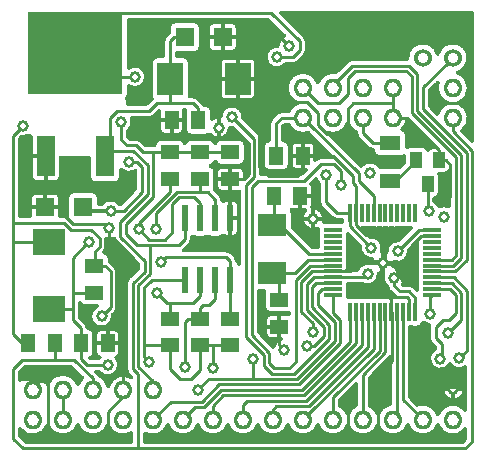
<source format=gbr>
G04 GENERATED BY PULSONIX 7.6 GERBER.DLL 5220*
%INSTM100_V2*%
%LNTOP*%
%FSLAX35Y35*%
%IPPOS*%
%LPD*%
%OFA0B0*%
%MOMM*%
%ADD10C,0.30480*%
%ADD20C,0.30000*%
%ADD21C,0.26000*%
%ADD24R,1.60000X1.60000*%
%ADD25R,1.50000X1.20000*%
%ADD26R,1.20000X1.50000*%
%ADD27R,1.50114X0.29972*%
%ADD28R,0.29972X1.50114*%
%ADD29R,2.70000X2.20000*%
%ADD72R,0.99060X1.32080*%
%ADD74R,1.60000X3.50000*%
%ADD75R,8.00000X7.00000*%
%ADD76R,2.20000X2.70000*%
%ADD81R,1.77800X1.27000*%
%ADD134R,0.60000X2.20000*%
%ADD149C,1.52400X0.90000*%
%ADD150O,1.60000X1.60000X1.00000*%
%ADD151O,1.60000X1.60000X1.00000*%
%ADD174C,1.00000X0.50000*%
%ADD253R,2.40000X1.90000*%
X0Y0D02*
D02*
D10*
X229480Y334367D02*
Y278364D01*
X279124Y228720*
X1171000*
Y299497*
G75*
G02X973240Y368263I-70760J115251*
G01*
G75*
G02X719240I-127000J46485*
G01*
G75*
G02X465240I-127000J46485*
G01*
G75*
G02X229480Y334367I-127000J46485*
G01*
G36*
Y278364*
X279124Y228720*
X1171000*
Y299497*
G75*
G02X973240Y368263I-70760J115251*
G01*
G75*
G02X719240I-127000J46485*
G01*
G75*
G02X465240I-127000J46485*
G01*
G75*
G02X229480Y334367I-127000J46485*
G01*
G37*
Y749621D02*
G75*
G02X465240Y715725I108760J-80381D01*
G01*
G75*
G02X719240I127000J-46485*
G01*
G75*
G02X756577Y770485I127001J-46484*
G01*
X664302Y862760*
X532926*
G75*
G02X513554I-9686J58240*
G01*
X273364*
X229480Y818876*
Y749621*
G36*
G75*
G02X465240Y715725I108760J-80381*
G01*
G75*
G02X719240I127000J-46485*
G01*
G75*
G02X756577Y770485I127001J-46484*
G01*
X664302Y862760*
X532926*
G75*
G02X513554I-9686J58240*
G01*
X273364*
X229480Y818876*
Y749621*
G37*
Y2139480D02*
X316771D01*
Y2291121*
G75*
G02X362011Y2336361I45240*
G01*
X522011*
G75*
G02X567251Y2291121J-45240*
G01*
Y2139480*
X606240*
G75*
G02X628240Y2135165J-58240*
G01*
Y2292361*
G75*
G02X683480Y2347601I55240*
G01*
X843480*
G75*
G02X898720Y2292361J-55240*
G01*
Y2243605*
X922159*
G75*
G02X1071286Y2241605I73769J-60240*
G01*
X1083758*
X1207000Y2364847*
Y2518968*
G75*
G02X1084480Y2529750I-54885J77835*
G01*
Y2469919*
G75*
G02X1029240Y2414679I-55240*
G01*
X869240*
G75*
G02X814000Y2469919J55240*
G01*
Y2630960*
X584480*
G75*
G02X574480Y2631781I-3J61280*
G01*
Y2469919*
G75*
G02X529240Y2424679I-45240*
G01*
X369240*
G75*
G02X324000Y2469919J45240*
G01*
Y2809842*
G75*
G02X304354Y2820306I18506J58419*
G01*
G75*
G02X240761Y2805960I-51489J80122*
G01*
X229480Y2794679*
Y2139480*
G36*
X316771*
Y2291121*
G75*
G02X362011Y2336361I45240*
G01*
X522011*
G75*
G02X567251Y2291121J-45240*
G01*
Y2139480*
X606240*
G75*
G02X628240Y2135165J-58240*
G01*
Y2292361*
G75*
G02X683480Y2347601I55240*
G01*
X843480*
G75*
G02X898720Y2292361J-55240*
G01*
Y2243605*
X922159*
G75*
G02X1071286Y2241605I73769J-60240*
G01*
X1083758*
X1207000Y2364847*
Y2518968*
G75*
G02X1084480Y2529750I-54885J77835*
G01*
Y2469919*
G75*
G02X1029240Y2414679I-55240*
G01*
X869240*
G75*
G02X814000Y2469919J55240*
G01*
Y2630960*
X584480*
G75*
G02X574480Y2631781I-3J61280*
G01*
Y2469919*
G75*
G02X529240Y2424679I-45240*
G01*
X369240*
G75*
G02X324000Y2469919J45240*
G01*
Y2809842*
G75*
G02X304354Y2820306I18506J58419*
G01*
G75*
G02X240761Y2805960I-51489J80122*
G01*
X229480Y2794679*
Y2139480*
G37*
X466240Y860240D02*
G75*
G03Y810240J-25000D01*
G01*
G75*
G03Y860240J25000*
G01*
G36*
G75*
G03Y810240J-25000*
G01*
G75*
G03Y860240J25000*
G01*
G37*
X737480Y1341233D02*
Y1278364D01*
X785672Y1230172*
G75*
G02X802711Y1190480I-41182J-41182*
G01*
X804490*
G75*
G02X859730Y1135240J-55240*
G01*
Y985240*
G75*
G02X825841Y934293I-55240*
G01*
X897820*
G75*
G02X903360Y940831I75359J-58239*
G01*
G75*
G02X866750Y985240I8630J44409*
G01*
Y1135240*
G75*
G02X911990Y1180480I45240*
G01*
X1031990*
G75*
G02X1077230Y1135240J-45240*
G01*
Y985240*
G75*
G02X1042594Y941260I-45240*
G01*
G75*
G02X1068418Y876053I-69416J-65208*
G01*
G75*
G02X897820Y817813I-95240*
G01*
X873977*
X887422Y804368*
G75*
G02X894691Y795503I-41183J-41181*
G01*
G75*
G02X978368Y698087I-48451J-126263*
G01*
G75*
G02X1171000Y772575I121872J-28847*
G01*
Y777812*
X1145058Y803754*
G75*
G02X1128000Y844936I41182J41182*
G01*
Y1569678*
G75*
G02X1145058Y1610860I58240*
G01*
X1227000Y1692802*
Y1735188*
X1039058Y1923130*
G75*
G02X1023785Y1950005I41182J41181*
G01*
G75*
G02X961736Y1941327I-43482J84735*
G01*
Y1877371*
G75*
G02X944678Y1836189I-58240*
G01*
X941150Y1832661*
G75*
G02X988480Y1777990I-7910J-54671*
G01*
Y1763779*
G75*
G02X993672Y1759172I-35990J-45789*
G01*
X1039422Y1713422*
G75*
G02X1056480Y1672240I-41182J-41182*
G01*
Y1368178*
G75*
G02X1039422Y1326996I-58240*
G01*
X1014208Y1301782*
G75*
G02X1014980Y1289678I-94468J-12102*
G01*
G75*
G02X824500I-95240*
G01*
G75*
G02X877930Y1375250I95240*
G01*
X783240*
G75*
G02X737480Y1399547J55240*
G01*
Y1355247*
G75*
G02Y1341233I-58240J-7007*
G01*
G36*
Y1278364*
X785672Y1230172*
G75*
G02X802711Y1190480I-41182J-41182*
G01*
X804490*
G75*
G02X859730Y1135240J-55240*
G01*
Y985240*
G75*
G02X825841Y934293I-55240*
G01*
X897820*
G75*
G02X903360Y940831I75359J-58239*
G01*
G75*
G02X866750Y985240I8630J44409*
G01*
Y1135240*
G75*
G02X911990Y1180480I45240*
G01*
X1031990*
G75*
G02X1077230Y1135240J-45240*
G01*
Y985240*
G75*
G02X1042594Y941260I-45240*
G01*
G75*
G02X1068418Y876053I-69416J-65208*
G01*
G75*
G02X897820Y817813I-95240*
G01*
X873977*
X887422Y804368*
G75*
G02X894691Y795503I-41183J-41181*
G01*
G75*
G02X978368Y698087I-48451J-126263*
G01*
G75*
G02X1171000Y772575I121872J-28847*
G01*
Y777812*
X1145058Y803754*
G75*
G02X1128000Y844936I41182J41182*
G01*
Y1569678*
G75*
G02X1145058Y1610860I58240*
G01*
X1227000Y1692802*
Y1735188*
X1039058Y1923130*
G75*
G02X1023785Y1950005I41182J41181*
G01*
G75*
G02X961736Y1941327I-43482J84735*
G01*
Y1877371*
G75*
G02X944678Y1836189I-58240*
G01*
X941150Y1832661*
G75*
G02X988480Y1777990I-7910J-54671*
G01*
Y1763779*
G75*
G02X993672Y1759172I-35990J-45789*
G01*
X1039422Y1713422*
G75*
G02X1056480Y1672240I-41182J-41182*
G01*
Y1368178*
G75*
G02X1039422Y1326996I-58240*
G01*
X1014208Y1301782*
G75*
G02X1014980Y1289678I-94468J-12102*
G01*
G75*
G02X824500I-95240*
G01*
G75*
G02X877930Y1375250I95240*
G01*
X783240*
G75*
G02X737480Y1399547J55240*
G01*
Y1355247*
G75*
G02Y1341233I-58240J-7007*
G01*
G37*
X1136894Y3134517D02*
G75*
G02X1140520Y3113751I-57654J-20767D01*
G01*
Y3083880*
X1297950*
X1347546Y3133476*
G75*
G02X1337500Y3165240I45194J31764*
G01*
Y3435240*
G75*
G02X1392740Y3490480I55240*
G01*
X1444500*
Y3622740*
G75*
G02X1461558Y3663922I58240*
G01*
X1489760Y3692124*
Y3732119*
G75*
G02X1545000Y3787359I55240*
G01*
X1705000*
G75*
G02X1760240Y3732119J-55240*
G01*
Y3572119*
G75*
G02X1705000Y3516879I-55240*
G01*
X1560980*
Y3490480*
X1612740*
G75*
G02X1667980Y3435240J-55240*
G01*
Y3165240*
G75*
G02X1666283Y3151652I-55240J-1*
G01*
X1695818*
G75*
G02X1737000Y3134594J-58240*
G01*
X1781172Y3090422*
G75*
G02X1790358Y3078480I-41182J-41182*
G01*
X1799990*
G75*
G02X1855230Y3023240J-55240*
G01*
Y2962843*
G75*
G02X1928652Y2980136I56760J-76478*
G01*
G75*
G02X2119105Y2977865I95213J-2271*
G01*
G75*
G02X2118396Y2966264I-95240J-2*
G01*
X2252705Y2831955*
G75*
G02X2269880Y2790490I-41465J-41465*
G01*
Y2490880*
X2608804*
X2646924Y2529000*
X2565990*
G75*
G02X2520750Y2574240J45240*
G01*
Y2724240*
G75*
G02X2565990Y2769480I45240*
G01*
X2685990*
G75*
G02X2731230Y2724240J-45240*
G01*
Y2613306*
X2740598Y2622674*
G75*
G02X2782063Y2639849I41465J-41465*
G01*
X2874184*
X2671504Y2842528*
G75*
G02X2502183Y2911000I-47264J126712*
G01*
X2469364*
X2456730Y2898366*
Y2779480*
X2458490*
G75*
G02X2513730Y2724240J-55240*
G01*
Y2574240*
G75*
G02X2458490Y2519000I-55240*
G01*
X2338490*
G75*
G02X2283250Y2574240J55240*
G01*
Y2724240*
G75*
G02X2338490Y2779480I55240*
G01*
X2340250*
Y2922490*
G75*
G02X2357308Y2963672I58240*
G01*
X2404058Y3010422*
G75*
G02X2445240Y3027480I41182J-41182*
G01*
X2502183*
G75*
G02X2577755Y3096240I122057J-58240*
G01*
G75*
G02X2624240Y3358480I46485J127000*
G01*
G75*
G02X2751240Y3269725J-135240*
G01*
G75*
G02X2905316Y3355743I127001J-46485*
G01*
X3002995Y3453422*
G75*
G02X3044177Y3470480I41182J-41182*
G01*
X3508974*
G75*
G02X3767240Y3511114I131266J6760*
G01*
G75*
G02X4025680Y3477240I127000J-33874*
G01*
G75*
G02X3934862Y3352235I-131440*
G01*
G75*
G02X3940725Y3096240I-40622J-128995*
G01*
G75*
G02X3973959Y2859993I-46485J-127000*
G01*
X4057760Y2776192*
Y3857760*
X2440225*
X2639867Y3658118*
G75*
G02X2656925Y3616936I-41182J-41182*
G01*
Y3540325*
G75*
G02X2639867Y3499143I-58240*
G01*
X2582407Y3441683*
G75*
G02X2541225Y3424625I-41182J41182*
G01*
X2478661*
G75*
G02X2308063Y3482865I-75358J58240*
G01*
G75*
G02X2410192Y3577856I95240*
G01*
G75*
G02X2467303Y3665955I95236J823*
G01*
X2332257Y3801000*
X1148972*
Y3395515*
G75*
G02X1298105Y3316990I53893J-78525*
G01*
G75*
G02X1148972Y3238465I-95240*
G01*
Y3168991*
G75*
G02X1136894Y3134517I-55240J1*
G01*
X2026469Y3778599D02*
G75*
G02X2071709Y3733359J-45240D01*
G01*
Y3573359*
G75*
G02X2026469Y3528119I-45240*
G01*
X1866469*
G75*
G02X1821229Y3573359J45240*
G01*
Y3733359*
G75*
G02X1866469Y3778599I45240*
G01*
X2026469*
X2229480Y3165240D02*
G75*
G02X2184240Y3120000I-45240D01*
G01*
X1964240*
G75*
G02X1919000Y3165240J45240*
G01*
Y3435240*
G75*
G02X1964240Y3480480I45240*
G01*
X2184240*
G75*
G02X2229480Y3435240J-45240*
G01*
Y3165240*
X1760240Y3653359D02*
G36*
Y3572119D01*
G75*
G02X1705000Y3516879I-55240*
G01*
X1560980*
Y3490480*
X1612740*
G75*
G02X1667980Y3435240J-55240*
G01*
Y3300240*
X1919000*
Y3435240*
G75*
G02X1964240Y3480480I45240*
G01*
X2184240*
G75*
G02X2229480Y3435240J-45240*
G01*
Y3300240*
X2513061*
G75*
G02X2751240Y3269725I111179J-77000*
G01*
G75*
G02X2905316Y3355743I127001J-46485*
G01*
X3002995Y3453422*
G75*
G02X3044177Y3470480I41182J-41182*
G01*
X3508974*
G75*
G02X3767240Y3511114I131266J6760*
G01*
G75*
G02X4025680Y3477240I127000J-33874*
G01*
G75*
G02X3934862Y3352235I-131440*
G01*
G75*
G02X3940725Y3096240I-40622J-128995*
G01*
G75*
G02X3973959Y2859993I-46485J-127000*
G01*
X4057760Y2776192*
Y3857760*
X2440225*
X2639867Y3658118*
G75*
G02X2656925Y3616936I-41182J-41182*
G01*
Y3540325*
G75*
G02X2639867Y3499143I-58240*
G01*
X2582407Y3441683*
G75*
G02X2541225Y3424625I-41182J41182*
G01*
X2478661*
G75*
G02X2308063Y3482865I-75358J58240*
G01*
G75*
G02X2410192Y3577856I95240*
G01*
G75*
G02X2446322Y3653359I95236J823*
G01*
X2071709*
Y3573359*
G75*
G02X2026469Y3528119I-45240*
G01*
X1866469*
G75*
G02X1821229Y3573359J45240*
G01*
Y3653359*
X1760240*
G37*
G36*
Y3572119*
G75*
G02X1705000Y3516879I-55240*
G01*
X1560980*
Y3490480*
X1612740*
G75*
G02X1667980Y3435240J-55240*
G01*
Y3300240*
X1919000*
Y3435240*
G75*
G02X1964240Y3480480I45240*
G01*
X2184240*
G75*
G02X2229480Y3435240J-45240*
G01*
Y3300240*
X2513061*
G75*
G02X2751240Y3269725I111179J-77000*
G01*
G75*
G02X2905316Y3355743I127001J-46485*
G01*
X3002995Y3453422*
G75*
G02X3044177Y3470480I41182J-41182*
G01*
X3508974*
G75*
G02X3767240Y3511114I131266J6760*
G01*
G75*
G02X4025680Y3477240I127000J-33874*
G01*
G75*
G02X3934862Y3352235I-131440*
G01*
G75*
G02X3940725Y3096240I-40622J-128995*
G01*
G75*
G02X3973959Y2859993I-46485J-127000*
G01*
X4057760Y2776192*
Y3857760*
X2440225*
X2639867Y3658118*
G75*
G02X2656925Y3616936I-41182J-41182*
G01*
Y3540325*
G75*
G02X2639867Y3499143I-58240*
G01*
X2582407Y3441683*
G75*
G02X2541225Y3424625I-41182J41182*
G01*
X2478661*
G75*
G02X2308063Y3482865I-75358J58240*
G01*
G75*
G02X2410192Y3577856I95240*
G01*
G75*
G02X2446322Y3653359I95236J823*
G01*
X2071709*
Y3573359*
G75*
G02X2026469Y3528119I-45240*
G01*
X1866469*
G75*
G02X1821229Y3573359J45240*
G01*
Y3653359*
X1760240*
G37*
X1821229D02*
G36*
Y3733359D01*
G75*
G02X1866469Y3778599I45240*
G01*
X2026469*
G75*
G02X2071709Y3733359J-45240*
G01*
Y3653359*
X2446322*
G75*
G02X2467303Y3665955I59106J-74680*
G01*
X2332257Y3801000*
X1148972*
Y3395515*
G75*
G02X1298105Y3316990I53893J-78525*
G01*
G75*
G02X1148972Y3238465I-95240*
G01*
Y3168991*
G75*
G02X1136894Y3134517I-55240J1*
G01*
G75*
G02X1140520Y3113751I-57654J-20767*
G01*
Y3083880*
X1297950*
X1347546Y3133476*
G75*
G02X1337500Y3165240I45194J31764*
G01*
Y3435240*
G75*
G02X1392740Y3490480I55240*
G01*
X1444500*
Y3622740*
G75*
G02X1461558Y3663922I58240*
G01*
X1489760Y3692124*
Y3732119*
G75*
G02X1545000Y3787359I55240*
G01*
X1705000*
G75*
G02X1760240Y3732119J-55240*
G01*
Y3653359*
X1821229*
G37*
G36*
Y3733359*
G75*
G02X1866469Y3778599I45240*
G01*
X2026469*
G75*
G02X2071709Y3733359J-45240*
G01*
Y3653359*
X2446322*
G75*
G02X2467303Y3665955I59106J-74680*
G01*
X2332257Y3801000*
X1148972*
Y3395515*
G75*
G02X1298105Y3316990I53893J-78525*
G01*
G75*
G02X1148972Y3238465I-95240*
G01*
Y3168991*
G75*
G02X1136894Y3134517I-55240J1*
G01*
G75*
G02X1140520Y3113751I-57654J-20767*
G01*
Y3083880*
X1297950*
X1347546Y3133476*
G75*
G02X1337500Y3165240I45194J31764*
G01*
Y3435240*
G75*
G02X1392740Y3490480I55240*
G01*
X1444500*
Y3622740*
G75*
G02X1461558Y3663922I58240*
G01*
X1489760Y3692124*
Y3732119*
G75*
G02X1545000Y3787359I55240*
G01*
X1705000*
G75*
G02X1760240Y3732119J-55240*
G01*
Y3653359*
X1821229*
G37*
X1667980Y3300240D02*
G36*
Y3165240D01*
G75*
G02X1666283Y3151652I-55240J-1*
G01*
X1695818*
G75*
G02X1737000Y3134594J-58240*
G01*
X1781172Y3090422*
G75*
G02X1790358Y3078480I-41182J-41182*
G01*
X1799990*
G75*
G02X1855230Y3023240J-55240*
G01*
Y2962843*
G75*
G02X1928652Y2980136I56760J-76478*
G01*
G75*
G02X2119105Y2977865I95213J-2271*
G01*
G75*
G02X2118396Y2966264I-95240J-2*
G01*
X2252705Y2831955*
G75*
G02X2269880Y2790490I-41465J-41465*
G01*
Y2490880*
X2608804*
X2646924Y2529000*
X2565990*
G75*
G02X2520750Y2574240J45240*
G01*
Y2724240*
G75*
G02X2565990Y2769480I45240*
G01*
X2685990*
G75*
G02X2731230Y2724240J-45240*
G01*
Y2613306*
X2740598Y2622674*
G75*
G02X2782063Y2639849I41465J-41465*
G01*
X2874184*
X2671504Y2842528*
G75*
G02X2502183Y2911000I-47264J126712*
G01*
X2469364*
X2456730Y2898366*
Y2779480*
X2458490*
G75*
G02X2513730Y2724240J-55240*
G01*
Y2574240*
G75*
G02X2458490Y2519000I-55240*
G01*
X2338490*
G75*
G02X2283250Y2574240J55240*
G01*
Y2724240*
G75*
G02X2338490Y2779480I55240*
G01*
X2340250*
Y2922490*
G75*
G02X2357308Y2963672I58240*
G01*
X2404058Y3010422*
G75*
G02X2445240Y3027480I41182J-41182*
G01*
X2502183*
G75*
G02X2577755Y3096240I122057J-58240*
G01*
G75*
G02X2513061Y3300240I46485J127000*
G01*
X2229480*
Y3165240*
G75*
G02X2184240Y3120000I-45240*
G01*
X1964240*
G75*
G02X1919000Y3165240J45240*
G01*
Y3300240*
X1667980*
G37*
G36*
Y3165240*
G75*
G02X1666283Y3151652I-55240J-1*
G01*
X1695818*
G75*
G02X1737000Y3134594J-58240*
G01*
X1781172Y3090422*
G75*
G02X1790358Y3078480I-41182J-41182*
G01*
X1799990*
G75*
G02X1855230Y3023240J-55240*
G01*
Y2962843*
G75*
G02X1928652Y2980136I56760J-76478*
G01*
G75*
G02X2119105Y2977865I95213J-2271*
G01*
G75*
G02X2118396Y2966264I-95240J-2*
G01*
X2252705Y2831955*
G75*
G02X2269880Y2790490I-41465J-41465*
G01*
Y2490880*
X2608804*
X2646924Y2529000*
X2565990*
G75*
G02X2520750Y2574240J45240*
G01*
Y2724240*
G75*
G02X2565990Y2769480I45240*
G01*
X2685990*
G75*
G02X2731230Y2724240J-45240*
G01*
Y2613306*
X2740598Y2622674*
G75*
G02X2782063Y2639849I41465J-41465*
G01*
X2874184*
X2671504Y2842528*
G75*
G02X2502183Y2911000I-47264J126712*
G01*
X2469364*
X2456730Y2898366*
Y2779480*
X2458490*
G75*
G02X2513730Y2724240J-55240*
G01*
Y2574240*
G75*
G02X2458490Y2519000I-55240*
G01*
X2338490*
G75*
G02X2283250Y2574240J55240*
G01*
Y2724240*
G75*
G02X2338490Y2779480I55240*
G01*
X2340250*
Y2922490*
G75*
G02X2357308Y2963672I58240*
G01*
X2404058Y3010422*
G75*
G02X2445240Y3027480I41182J-41182*
G01*
X2502183*
G75*
G02X2577755Y3096240I122057J-58240*
G01*
G75*
G02X2513061Y3300240I46485J127000*
G01*
X2229480*
Y3165240*
G75*
G02X2184240Y3120000I-45240*
G01*
X1964240*
G75*
G02X1919000Y3165240J45240*
G01*
Y3300240*
X1667980*
G37*
X1144668Y2856695D02*
Y2807176D01*
X1157646Y2794198*
X1209576*
G75*
G02X1250758Y2777140J-58240*
G01*
X1291668Y2736230*
X1348233*
G75*
G02X1362247I7007J-58240*
G01*
X1368000*
Y2737990*
G75*
G02X1423240Y2793230I55240*
G01*
X1573240*
G75*
G02X1626240Y2753561J-55240*
G01*
G75*
G02X1679240Y2793230I53000J-15571*
G01*
X1829240*
G75*
G02X1882240Y2753561J-55240*
G01*
G75*
G02X1922237Y2791678I53000J-15571*
G01*
G75*
G02X1834904Y2830433I-10247J94687*
G01*
G75*
G02X1799990Y2818000I-34914J42807*
G01*
X1679990*
G75*
G02X1624750Y2873240J55240*
G01*
Y3023240*
G75*
G02X1626054Y3035172I55240*
G01*
X1616128*
G75*
G02X1617730Y3023240I-43638J-11932*
G01*
Y2873240*
G75*
G02X1572490Y2828000I-45240*
G01*
X1452490*
G75*
G02X1407250Y2873240J45240*
G01*
Y3023240*
G75*
G02X1407453Y3027523I45240J2*
G01*
X1363705Y2983775*
G75*
G02X1322240Y2966600I-41465J41465*
G01*
X1175181*
G75*
G02X1144668Y2856695I-88753J-34548*
G01*
G36*
Y2807176*
X1157646Y2794198*
X1209576*
G75*
G02X1250758Y2777140J-58240*
G01*
X1291668Y2736230*
X1348233*
G75*
G02X1362247I7007J-58240*
G01*
X1368000*
Y2737990*
G75*
G02X1423240Y2793230I55240*
G01*
X1573240*
G75*
G02X1626240Y2753561J-55240*
G01*
G75*
G02X1679240Y2793230I53000J-15571*
G01*
X1829240*
G75*
G02X1882240Y2753561J-55240*
G01*
G75*
G02X1922237Y2791678I53000J-15571*
G01*
G75*
G02X1834904Y2830433I-10247J94687*
G01*
G75*
G02X1799990Y2818000I-34914J42807*
G01*
X1679990*
G75*
G02X1624750Y2873240J55240*
G01*
Y3023240*
G75*
G02X1626054Y3035172I55240*
G01*
X1616128*
G75*
G02X1617730Y3023240I-43638J-11932*
G01*
Y2873240*
G75*
G02X1572490Y2828000I-45240*
G01*
X1452490*
G75*
G02X1407250Y2873240J45240*
G01*
Y3023240*
G75*
G02X1407453Y3027523I45240J2*
G01*
X1363705Y2983775*
G75*
G02X1322240Y2966600I-41465J41465*
G01*
X1175181*
G75*
G02X1144668Y2856695I-88753J-34548*
G01*
G37*
X1287480Y228720D02*
X3977356D01*
X4001000Y252364*
Y331729*
G75*
G02X3767240Y368263I-106760J83019*
G01*
G75*
G02X3513240I-127000J46485*
G01*
G75*
G02X3259240I-127000J46485*
G01*
G75*
G02X3005240I-127000J46485*
G01*
G75*
G02X2751240I-127000J46485*
G01*
G75*
G02X2497240I-127000J46485*
G01*
G75*
G02X2243240I-127000J46485*
G01*
G75*
G02X1989240I-127000J46485*
G01*
G75*
G02X1735240I-127000J46485*
G01*
G75*
G02X1481240I-127000J46485*
G01*
G75*
G02X1287480Y297134I-127000J46485*
G01*
Y228720*
G36*
X3977356*
X4001000Y252364*
Y331729*
G75*
G02X3767240Y368263I-106760J83019*
G01*
G75*
G02X3513240I-127000J46485*
G01*
G75*
G02X3259240I-127000J46485*
G01*
G75*
G02X3005240I-127000J46485*
G01*
G75*
G02X2751240I-127000J46485*
G01*
G75*
G02X2497240I-127000J46485*
G01*
G75*
G02X2243240I-127000J46485*
G01*
G75*
G02X1989240I-127000J46485*
G01*
G75*
G02X1735240I-127000J46485*
G01*
G75*
G02X1481240I-127000J46485*
G01*
G75*
G02X1287480Y297134I-127000J46485*
G01*
Y228720*
G37*
X1614594Y1848480D02*
X1973740D01*
G75*
G02X2014922Y1831422J-58240*
G01*
X2049922Y1796422*
G75*
G02X2066926Y1757754I-41182J-41182*
G01*
G75*
G02X2087600Y1736017I-28186J-47508*
G01*
Y2345312*
G75*
G02X2085240Y2345250I-2368J45178*
G01*
X1935240*
G75*
G02X1890000Y2390490J45240*
G01*
Y2510490*
G75*
G02X1935240Y2555730I45240*
G01*
X2085240*
G75*
G02X2130480Y2510490J-45240*
G01*
Y2468410*
X2152600Y2490530*
Y2766200*
X2035466Y2883334*
G75*
G02X2007203Y2884094I-11600J94531*
G01*
G75*
G02X1931197Y2793082I-95213J2271*
G01*
G75*
G02X1935240Y2793230I4041J-55092*
G01*
X2085240*
G75*
G02X2140480Y2737990J-55240*
G01*
Y2617990*
G75*
G02X2085240Y2562750I-55240*
G01*
X1935240*
G75*
G02X1882240Y2602419J55240*
G01*
G75*
G02X1841983Y2564240I-53000J15571*
G01*
G75*
G02X1884480Y2510490I-12743J-53750*
G01*
Y2390490*
G75*
G02X1877760Y2364084I-55240*
G01*
X1922922Y2318922*
G75*
G02X1939980Y2277740I-41182J-41182*
G01*
Y2277710*
G75*
G02X1952739Y2267255I-28240J-47476*
G01*
G75*
G02X1978740Y2275474I26002J-37021*
G01*
X2038740*
G75*
G02X2083980Y2230234J-45240*
G01*
Y2010234*
G75*
G02X2038740Y1964994I-45240*
G01*
X1978740*
G75*
G02X1952739Y1973213I1J45240*
G01*
G75*
G02X1911740Y1954994I-40999J37021*
G01*
X1851740*
G75*
G02X1818240Y1966311J55240*
G01*
G75*
G02X1784740Y1954994I-33500J43923*
G01*
X1724740*
G75*
G02X1691240Y1966311J55240*
G01*
G75*
G02X1685980Y1962758I-33499J43924*
G01*
Y1943740*
G75*
G02X1668922Y1902558I-58240*
G01*
X1617922Y1851558*
G75*
G02X1614594Y1848480I-41179J41185*
G01*
G36*
X1973740*
G75*
G02X2014922Y1831422J-58240*
G01*
X2049922Y1796422*
G75*
G02X2066926Y1757754I-41182J-41182*
G01*
G75*
G02X2087600Y1736017I-28186J-47508*
G01*
Y2345312*
G75*
G02X2085240Y2345250I-2368J45178*
G01*
X1935240*
G75*
G02X1890000Y2390490J45240*
G01*
Y2510490*
G75*
G02X1935240Y2555730I45240*
G01*
X2085240*
G75*
G02X2130480Y2510490J-45240*
G01*
Y2468410*
X2152600Y2490530*
Y2766200*
X2035466Y2883334*
G75*
G02X2007203Y2884094I-11600J94531*
G01*
G75*
G02X1931197Y2793082I-95213J2271*
G01*
G75*
G02X1935240Y2793230I4041J-55092*
G01*
X2085240*
G75*
G02X2140480Y2737990J-55240*
G01*
Y2617990*
G75*
G02X2085240Y2562750I-55240*
G01*
X1935240*
G75*
G02X1882240Y2602419J55240*
G01*
G75*
G02X1841983Y2564240I-53000J15571*
G01*
G75*
G02X1884480Y2510490I-12743J-53750*
G01*
Y2390490*
G75*
G02X1877760Y2364084I-55240*
G01*
X1922922Y2318922*
G75*
G02X1939980Y2277740I-41182J-41182*
G01*
Y2277710*
G75*
G02X1952739Y2267255I-28240J-47476*
G01*
G75*
G02X1978740Y2275474I26002J-37021*
G01*
X2038740*
G75*
G02X2083980Y2230234J-45240*
G01*
Y2010234*
G75*
G02X2038740Y1964994I-45240*
G01*
X1978740*
G75*
G02X1952739Y1973213I1J45240*
G01*
G75*
G02X1911740Y1954994I-40999J37021*
G01*
X1851740*
G75*
G02X1818240Y1966311J55240*
G01*
G75*
G02X1784740Y1954994I-33500J43923*
G01*
X1724740*
G75*
G02X1691240Y1966311J55240*
G01*
G75*
G02X1685980Y1962758I-33499J43924*
G01*
Y1943740*
G75*
G02X1668922Y1902558I-58240*
G01*
X1617922Y1851558*
G75*
G02X1614594Y1848480I-41179J41185*
G01*
G37*
X2250880Y1504741D02*
Y1156367D01*
X2374593Y1032654*
G75*
G02X2436599Y1097250I91647J-25914*
G01*
X2351240*
G75*
G02X2306000Y1142490J45240*
G01*
Y1262490*
G75*
G02X2351240Y1307730I45240*
G01*
X2501240*
G75*
G02X2503600Y1307668I-8J-45240*
G01*
Y1314800*
G75*
G02X2501240Y1314750I-2350J55190*
G01*
X2351240*
G75*
G02X2296000Y1369990J55240*
G01*
Y1489990*
G75*
G02X2298006Y1504741I55240*
G01*
X2250880*
G36*
Y1156367*
X2374593Y1032654*
G75*
G02X2436599Y1097250I91647J-25914*
G01*
X2351240*
G75*
G02X2306000Y1142490J45240*
G01*
Y1262490*
G75*
G02X2351240Y1307730I45240*
G01*
X2501240*
G75*
G02X2503600Y1307668I-8J-45240*
G01*
Y1314800*
G75*
G02X2501240Y1314750I-2350J55190*
G01*
X2351240*
G75*
G02X2296000Y1369990J55240*
G01*
Y1489990*
G75*
G02X2298006Y1504741I55240*
G01*
X2250880*
G37*
X2527857Y2190974D02*
G75*
G02X2537356Y2160003I-45741J-30971D01*
G01*
Y2038488*
X2698434Y1877410*
X2748827*
Y1884194*
G75*
G02X2749746Y1894227I55240J-1*
G01*
G75*
G02X2748827Y1904260I54321J10034*
G01*
Y1934232*
G75*
G02X2749746Y1944265I55240J-1*
G01*
G75*
G02X2748827Y1954298I54321J10034*
G01*
Y1984270*
G75*
G02X2749746Y1994303I55240J-1*
G01*
G75*
G02X2748827Y2004336I54321J10034*
G01*
Y2029698*
G75*
G02X2646380Y2188000I-39899J86480*
G01*
X2543990*
G75*
G02X2527857Y2190974I-1J45240*
G01*
G36*
G75*
G02X2537356Y2160003I-45741J-30971*
G01*
Y2038488*
X2698434Y1877410*
X2748827*
Y1884194*
G75*
G02X2749746Y1894227I55240J-1*
G01*
G75*
G02X2748827Y1904260I54321J10034*
G01*
Y1934232*
G75*
G02X2749746Y1944265I55240J-1*
G01*
G75*
G02X2748827Y1954298I54321J10034*
G01*
Y1984270*
G75*
G02X2749746Y1994303I55240J-1*
G01*
G75*
G02X2748827Y2004336I54321J10034*
G01*
Y2029698*
G75*
G02X2646380Y2188000I-39899J86480*
G01*
X2543990*
G75*
G02X2527857Y2190974I-1J45240*
G01*
G37*
X2697461Y2413677D02*
G75*
G02X2709230Y2383240I-33471J-30436D01*
G01*
Y2233240*
G75*
G02X2703534Y2211265I-45240J1*
G01*
G75*
G02X2800332Y2089422I5394J-95087*
G01*
G75*
G02X2804067Y2089548I3729J-55114*
G01*
X2953932*
Y2106116*
X2913124*
G75*
G02X2871942Y2123174J58240*
G01*
X2779308Y2215808*
G75*
G02X2762250Y2256990I41182J41182*
G01*
Y2412695*
G75*
G02X2733366Y2449582I58241J75357*
G01*
X2697461Y2413677*
G36*
G75*
G02X2709230Y2383240I-33471J-30436*
G01*
Y2233240*
G75*
G02X2703534Y2211265I-45240J1*
G01*
G75*
G02X2800332Y2089422I5394J-95087*
G01*
G75*
G02X2804067Y2089548I3729J-55114*
G01*
X2953932*
Y2106116*
X2913124*
G75*
G02X2871942Y2123174J58240*
G01*
X2779308Y2215808*
G75*
G02X2762250Y2256990I41182J41182*
G01*
Y2412695*
G75*
G02X2733366Y2449582I58241J75357*
G01*
X2697461Y2413677*
G37*
X2840528Y2839364D02*
X3117077Y2562817D01*
G75*
G02X3275265Y2554980I76476J-56764*
G01*
X3448096*
X3480474Y2587358*
Y2645932*
G75*
G02X3451140Y2637500I-29334J46808*
G01*
X3273340*
G75*
G02X3218100Y2692740J55240*
G01*
Y2698000*
X3217240*
G75*
G02X3176058Y2715058J58240*
G01*
X3091058Y2800058*
G75*
G02X3074000Y2841240I41182J41182*
G01*
Y2847183*
G75*
G02X3005240Y2922755I58240J122057*
G01*
G75*
G02X2840528Y2839364I-127000J46485*
G01*
G36*
X3117077Y2562817*
G75*
G02X3275265Y2554980I76476J-56764*
G01*
X3448096*
X3480474Y2587358*
Y2645932*
G75*
G02X3451140Y2637500I-29334J46808*
G01*
X3273340*
G75*
G02X3218100Y2692740J55240*
G01*
Y2698000*
X3217240*
G75*
G02X3176058Y2715058J58240*
G01*
X3091058Y2800058*
G75*
G02X3074000Y2841240I41182J41182*
G01*
Y2847183*
G75*
G02X3005240Y2922755I58240J122057*
G01*
G75*
G02X2840528Y2839364I-127000J46485*
G01*
G37*
X2936480Y536805D02*
G75*
G02X3005240Y461233I-58240J-122057D01*
G01*
G75*
G02X3074000Y536805I127000J-46485*
G01*
Y717089*
X2936480Y579569*
Y536805*
G36*
G75*
G02X3005240Y461233I-58240J-122057*
G01*
G75*
G02X3074000Y536805I127000J-46485*
G01*
Y717089*
X2936480Y579569*
Y536805*
G37*
X3002457Y1677512D02*
X3081817D01*
G75*
G02X3204920Y1736020I90110J-30835*
G01*
G75*
G02X3210584Y1775670I95007J6658*
G01*
G75*
G02X3109459Y1882781I-6657J95007*
G01*
X3009421Y1982819*
Y1954298*
G75*
G02X3008502Y1944265I-55240J1*
G01*
G75*
G02X3009421Y1934232I-54321J-10034*
G01*
Y1904260*
G75*
G02X3008502Y1894227I-55240J1*
G01*
G75*
G02X3009421Y1884194I-54321J-10034*
G01*
Y1854222*
G75*
G02X3008502Y1844189I-55240J1*
G01*
G75*
G02X3009421Y1834156I-54321J-10034*
G01*
Y1804184*
G75*
G02X3008502Y1794151I-55240J1*
G01*
G75*
G02X3009421Y1784118I-54321J-10034*
G01*
Y1754146*
G75*
G02X3008526Y1744240I-55240J-3*
G01*
G75*
G02X3009421Y1734334I-54345J-9903*
G01*
Y1704362*
G75*
G02X3002457Y1677512I-55240J-1*
G01*
G36*
X3081817*
G75*
G02X3204920Y1736020I90110J-30835*
G01*
G75*
G02X3210584Y1775670I95007J6658*
G01*
G75*
G02X3109459Y1882781I-6657J95007*
G01*
X3009421Y1982819*
Y1954298*
G75*
G02X3008502Y1944265I-55240J1*
G01*
G75*
G02X3009421Y1934232I-54321J-10034*
G01*
Y1904260*
G75*
G02X3008502Y1894227I-55240J1*
G01*
G75*
G02X3009421Y1884194I-54321J-10034*
G01*
Y1854222*
G75*
G02X3008502Y1844189I-55240J1*
G01*
G75*
G02X3009421Y1834156I-54321J-10034*
G01*
Y1804184*
G75*
G02X3008502Y1794151I-55240J1*
G01*
G75*
G02X3009421Y1784118I-54321J-10034*
G01*
Y1754146*
G75*
G02X3008526Y1744240I-55240J-3*
G01*
G75*
G02X3009421Y1734334I-54345J-9903*
G01*
Y1704362*
G75*
G02X3002457Y1677512I-55240J-1*
G01*
G37*
X3008502Y1494177D02*
G75*
G02X3009421Y1484144I-54321J-10034D01*
G01*
Y1454421*
X3039144*
G75*
G02X3049177Y1453502I-1J-55240*
G01*
G75*
G02X3059210Y1454421I10034J-54321*
G01*
X3089182*
G75*
G02X3099215Y1453502I-1J-55240*
G01*
G75*
G02X3109248Y1454421I10034J-54321*
G01*
X3139220*
G75*
G02X3149253Y1453502I-1J-55240*
G01*
G75*
G02X3159286Y1454421I10034J-54321*
G01*
X3189258*
G75*
G02X3199291Y1453502I-1J-55240*
G01*
G75*
G02X3209324Y1454421I10034J-54321*
G01*
X3239296*
G75*
G02X3249329Y1453502I-1J-55240*
G01*
G75*
G02X3259362Y1454421I10034J-54321*
G01*
X3289334*
G75*
G02X3299240Y1453526I3J-55240*
G01*
G75*
G02X3309146Y1454421I9903J-54345*
G01*
X3339118*
G75*
G02X3370817Y1444421J-55240*
G01*
X3377523*
G75*
G02X3406643Y1454361I31699J-45240*
G01*
G75*
G02X3402409Y1458201I37230J45305*
G01*
X3354463Y1506146*
G75*
G02X3337900Y1539155I41464J41465*
G01*
G75*
G02X3306584Y1647670I58027J75522*
G01*
G75*
G02X3266934Y1653334I-6658J95007*
G01*
G75*
G02X3130267Y1561032I-95007J-6657*
G01*
X3009421*
Y1554248*
G75*
G02X3008502Y1544215I-55240J1*
G01*
G75*
G02X3009421Y1534182I-54321J-10034*
G01*
Y1504210*
G75*
G02X3008502Y1494177I-55240J1*
G01*
G36*
G75*
G02X3009421Y1484144I-54321J-10034*
G01*
Y1454421*
X3039144*
G75*
G02X3049177Y1453502I-1J-55240*
G01*
G75*
G02X3059210Y1454421I10034J-54321*
G01*
X3089182*
G75*
G02X3099215Y1453502I-1J-55240*
G01*
G75*
G02X3109248Y1454421I10034J-54321*
G01*
X3139220*
G75*
G02X3149253Y1453502I-1J-55240*
G01*
G75*
G02X3159286Y1454421I10034J-54321*
G01*
X3189258*
G75*
G02X3199291Y1453502I-1J-55240*
G01*
G75*
G02X3209324Y1454421I10034J-54321*
G01*
X3239296*
G75*
G02X3249329Y1453502I-1J-55240*
G01*
G75*
G02X3259362Y1454421I10034J-54321*
G01*
X3289334*
G75*
G02X3299240Y1453526I3J-55240*
G01*
G75*
G02X3309146Y1454421I9903J-54345*
G01*
X3339118*
G75*
G02X3370817Y1444421J-55240*
G01*
X3377523*
G75*
G02X3406643Y1454361I31699J-45240*
G01*
G75*
G02X3402409Y1458201I37230J45305*
G01*
X3354463Y1506146*
G75*
G02X3337900Y1539155I41464J41465*
G01*
G75*
G02X3306584Y1647670I58027J75522*
G01*
G75*
G02X3266934Y1653334I-6658J95007*
G01*
G75*
G02X3130267Y1561032I-95007J-6657*
G01*
X3009421*
Y1554248*
G75*
G02X3008502Y1544215I-55240J1*
G01*
G75*
G02X3009421Y1534182I-54321J-10034*
G01*
Y1504210*
G75*
G02X3008502Y1494177I-55240J1*
G01*
G37*
X3048240Y662240D02*
G75*
G03Y612240J-25000D01*
G01*
G75*
G03Y662240J25000*
G01*
G36*
G75*
G03Y612240J-25000*
G01*
G75*
G03Y662240J25000*
G01*
G37*
X3122909Y2034059D02*
X3191823Y1965145D01*
G75*
G02X3293270Y1837684I12104J-94468*
G01*
G75*
G02X3332920Y1832020I6658J-95007*
G01*
G75*
G02X3440031Y1933145I95007J6657*
G01*
X3540972Y2034086*
G75*
G02X3539270Y2034059I-1727J55213*
G01*
X3509298*
G75*
G02X3499265Y2034978I1J55240*
G01*
G75*
G02X3489232Y2034059I-10034J54321*
G01*
X3459260*
G75*
G02X3449227Y2034978I1J55240*
G01*
G75*
G02X3439194Y2034059I-10034J54321*
G01*
X3409222*
G75*
G02X3399189Y2034978I1J55240*
G01*
G75*
G02X3389156Y2034059I-10034J54321*
G01*
X3359184*
G75*
G02X3349151Y2034978I1J55240*
G01*
G75*
G02X3339118Y2034059I-10034J54321*
G01*
X3309146*
G75*
G02X3299240Y2034954I-3J55240*
G01*
G75*
G02X3289334Y2034059I-9903J54345*
G01*
X3259362*
G75*
G02X3249329Y2034978I1J55240*
G01*
G75*
G02X3239296Y2034059I-10034J54321*
G01*
X3209324*
G75*
G02X3199291Y2034978I1J55240*
G01*
G75*
G02X3189258Y2034059I-10034J54321*
G01*
X3159286*
G75*
G02X3149253Y2034978I1J55240*
G01*
G75*
G02X3139220Y2034059I-10034J54321*
G01*
X3122909*
G36*
X3191823Y1965145*
G75*
G02X3293270Y1837684I12104J-94468*
G01*
G75*
G02X3332920Y1832020I6658J-95007*
G01*
G75*
G02X3440031Y1933145I95007J6657*
G01*
X3540972Y2034086*
G75*
G02X3539270Y2034059I-1727J55213*
G01*
X3509298*
G75*
G02X3499265Y2034978I1J55240*
G01*
G75*
G02X3489232Y2034059I-10034J54321*
G01*
X3459260*
G75*
G02X3449227Y2034978I1J55240*
G01*
G75*
G02X3439194Y2034059I-10034J54321*
G01*
X3409222*
G75*
G02X3399189Y2034978I1J55240*
G01*
G75*
G02X3389156Y2034059I-10034J54321*
G01*
X3359184*
G75*
G02X3349151Y2034978I1J55240*
G01*
G75*
G02X3339118Y2034059I-10034J54321*
G01*
X3309146*
G75*
G02X3299240Y2034954I-3J55240*
G01*
G75*
G02X3289334Y2034059I-9903J54345*
G01*
X3259362*
G75*
G02X3249329Y2034978I1J55240*
G01*
G75*
G02X3239296Y2034059I-10034J54321*
G01*
X3209324*
G75*
G02X3199291Y2034978I1J55240*
G01*
G75*
G02X3189258Y2034059I-10034J54321*
G01*
X3159286*
G75*
G02X3149253Y2034978I1J55240*
G01*
G75*
G02X3139220Y2034059I-10034J54321*
G01*
X3122909*
G37*
X3190480Y536805D02*
G75*
G02X3259240Y461233I-58240J-122057D01*
G01*
G75*
G02X3365968Y548460I127000J-46485*
G01*
Y943615*
G75*
G02X3365314Y942950I-41850J40503*
G01*
X3190480Y768116*
Y536805*
G36*
G75*
G02X3259240Y461233I-58240J-122057*
G01*
G75*
G02X3365968Y548460I127000J-46485*
G01*
Y943615*
G75*
G02X3365314Y942950I-41850J40503*
G01*
X3190480Y768116*
Y536805*
G37*
X3389270Y1709684D02*
G75*
G02X3472693Y1558306I6657J-95007D01*
G01*
X3522925*
G75*
G02X3564390Y1541131J-58640*
G01*
X3589059Y1516462*
Y1534182*
G75*
G02X3589978Y1544215I55240J-1*
G01*
G75*
G02X3589059Y1554248I54321J10034*
G01*
Y1584220*
G75*
G02X3589978Y1594253I55240J-1*
G01*
G75*
G02X3589059Y1604286I54321J10034*
G01*
Y1634258*
G75*
G02X3589978Y1644291I55240J-1*
G01*
G75*
G02X3589059Y1654324I54321J10034*
G01*
Y1684296*
G75*
G02X3589978Y1694329I55240J-1*
G01*
G75*
G02X3589059Y1704362I54321J10034*
G01*
Y1734334*
G75*
G02X3589954Y1744240I55240J3*
G01*
G75*
G02X3589059Y1754146I54345J9903*
G01*
Y1784118*
G75*
G02X3589978Y1794151I55240J-1*
G01*
G75*
G02X3589059Y1804184I54321J10034*
G01*
Y1834156*
G75*
G02X3589978Y1844189I55240J-1*
G01*
G75*
G02X3589059Y1854222I54321J10034*
G01*
Y1884194*
G75*
G02X3589978Y1894227I55240J-1*
G01*
G75*
G02X3589059Y1904260I54321J10034*
G01*
Y1917445*
X3522395Y1850781*
G75*
G02X3394934Y1749334I-94468J-12104*
G01*
G75*
G02X3389270Y1709684I-95007J-6658*
G01*
G36*
G75*
G02X3472693Y1558306I6657J-95007*
G01*
X3522925*
G75*
G02X3564390Y1541131J-58640*
G01*
X3589059Y1516462*
Y1534182*
G75*
G02X3589978Y1544215I55240J-1*
G01*
G75*
G02X3589059Y1554248I54321J10034*
G01*
Y1584220*
G75*
G02X3589978Y1594253I55240J-1*
G01*
G75*
G02X3589059Y1604286I54321J10034*
G01*
Y1634258*
G75*
G02X3589978Y1644291I55240J-1*
G01*
G75*
G02X3589059Y1654324I54321J10034*
G01*
Y1684296*
G75*
G02X3589978Y1694329I55240J-1*
G01*
G75*
G02X3589059Y1704362I54321J10034*
G01*
Y1734334*
G75*
G02X3589954Y1744240I55240J3*
G01*
G75*
G02X3589059Y1754146I54345J9903*
G01*
Y1784118*
G75*
G02X3589978Y1794151I55240J-1*
G01*
G75*
G02X3589059Y1804184I54321J10034*
G01*
Y1834156*
G75*
G02X3589978Y1844189I55240J-1*
G01*
G75*
G02X3589059Y1854222I54321J10034*
G01*
Y1884194*
G75*
G02X3589978Y1894227I55240J-1*
G01*
G75*
G02X3589059Y1904260I54321J10034*
G01*
Y1917445*
X3522395Y1850781*
G75*
G02X3394934Y1749334I-94468J-12104*
G01*
G75*
G02X3389270Y1709684I-95007J-6658*
G01*
G37*
X3466236Y2872877D02*
G75*
G02X3506380Y2819740I-15096J-53137D01*
G01*
Y2722612*
G75*
G02X3535714Y2731044I29334J-46808*
G01*
X3634774*
G75*
G02X3685765Y2697050J-55240*
G01*
G75*
G02X3725706Y2721044I39941J-21246*
G01*
X3752452*
X3511283Y2962213*
G75*
G02X3466236Y2872877I-125043J7027*
G01*
G36*
G75*
G02X3506380Y2819740I-15096J-53137*
G01*
Y2722612*
G75*
G02X3535714Y2731044I29334J-46808*
G01*
X3634774*
G75*
G02X3685765Y2697050J-55240*
G01*
G75*
G02X3725706Y2721044I39941J-21246*
G01*
X3752452*
X3511283Y2962213*
G75*
G02X3466236Y2872877I-125043J7027*
G01*
G37*
X3532486Y1200791D02*
Y604866D01*
X3595115Y542237*
G75*
G02X3767240Y461233I45125J-127489*
G01*
G75*
G02X4001000Y497767I127000J-46485*
G01*
Y857131*
G75*
G02X3870594Y885361I-50822J80547*
G01*
G75*
G02X3691688Y930865I-83666J45504*
G01*
G75*
G02X3741767Y1014717I95240*
G01*
Y1028782*
X3706405Y1064143*
G75*
G02X3689229Y1105609I41464J41466*
G01*
Y1195307*
G75*
G02X3693124Y1216323I58640J1*
G01*
G75*
G02X3643271Y1237256I10429J94667*
G01*
G75*
G02X3589308Y1193827I-53963J11811*
G01*
X3559336*
G75*
G02X3532486Y1200791I-1J55240*
G01*
X3804375Y673365D02*
G75*
G02X3994855I95240D01*
G01*
G75*
G02X3804375I-95240*
G01*
X3532486D02*
G36*
Y604866D01*
X3595115Y542237*
G75*
G02X3767240Y461233I45125J-127489*
G01*
G75*
G02X4001000Y497767I127000J-46485*
G01*
Y673365*
X3994855*
G75*
G02X3804375I-95240*
G01*
X3532486*
G37*
G36*
Y604866*
X3595115Y542237*
G75*
G02X3767240Y461233I45125J-127489*
G01*
G75*
G02X4001000Y497767I127000J-46485*
G01*
Y673365*
X3994855*
G75*
G02X3804375I-95240*
G01*
X3532486*
G37*
X3804375D02*
G36*
G75*
G02X3994855I95240D01*
G01*
X4001000*
Y857131*
G75*
G02X3870594Y885361I-50822J80547*
G01*
G75*
G02X3691688Y930865I-83666J45504*
G01*
G75*
G02X3741767Y1014717I95240*
G01*
Y1028782*
X3706405Y1064143*
G75*
G02X3689229Y1105609I41464J41466*
G01*
Y1195307*
G75*
G02X3693124Y1216323I58640J1*
G01*
G75*
G02X3643271Y1237256I10429J94667*
G01*
G75*
G02X3589308Y1193827I-53963J11811*
G01*
X3559336*
G75*
G02X3532486Y1200791I-1J55240*
G01*
Y673365*
X3804375*
G37*
G36*
G75*
G02X3994855I95240*
G01*
X4001000*
Y857131*
G75*
G02X3870594Y885361I-50822J80547*
G01*
G75*
G02X3691688Y930865I-83666J45504*
G01*
G75*
G02X3741767Y1014717I95240*
G01*
Y1028782*
X3706405Y1064143*
G75*
G02X3689229Y1105609I41464J41466*
G01*
Y1195307*
G75*
G02X3693124Y1216323I58640J1*
G01*
G75*
G02X3643271Y1237256I10429J94667*
G01*
G75*
G02X3589308Y1193827I-53963J11811*
G01*
X3559336*
G75*
G02X3532486Y1200791I-1J55240*
G01*
Y673365*
X3804375*
G37*
X3730240Y3122240D02*
G75*
G03Y3072240J-25000D01*
G01*
G75*
G03Y3122240J25000*
G01*
G36*
G75*
G03Y3072240J-25000*
G01*
G75*
G03Y3122240J25000*
G01*
G37*
X3738480Y2266443D02*
G75*
G02X3782764Y2221198I-42052J-85453D01*
G01*
G75*
G02X3861600Y2221308I39539J-86645*
G01*
Y2517458*
G75*
G02X3824766Y2498484I-36834J26266*
G01*
X3778653*
G75*
G02X3785010Y2472756I-48883J-25728*
G01*
Y2340676*
G75*
G02X3738480Y2286127I-55240*
G01*
Y2266443*
G36*
G75*
G02X3782764Y2221198I-42052J-85453*
G01*
G75*
G02X3861600Y2221308I39539J-86645*
G01*
Y2517458*
G75*
G02X3824766Y2498484I-36834J26266*
G01*
X3778653*
G75*
G02X3785010Y2472756I-48883J-25728*
G01*
Y2340676*
G75*
G02X3738480Y2286127I-55240*
G01*
Y2266443*
G37*
X3763832Y3005066D02*
G75*
G02X3847755Y3096240I130408J-35826D01*
G01*
G75*
G02X3766230Y3266866I46485J127000*
G01*
X3702480Y3203116*
Y3066418*
X3763832Y3005066*
G36*
G75*
G02X3847755Y3096240I130408J-35826*
G01*
G75*
G02X3766230Y3266866I46485J127000*
G01*
X3702480Y3203116*
Y3066418*
X3763832Y3005066*
G37*
X3824240Y2282240D02*
G75*
G03Y2232240J-25000D01*
G01*
G75*
G03Y2282240J25000*
G01*
G36*
G75*
G03Y2232240J-25000*
G01*
G75*
G03Y2282240J25000*
G01*
G37*
D02*
D20*
X377011Y2211121D02*
X316771D01*
X384240Y2644919D02*
X324000D01*
X442011Y2276121D02*
Y2336361D01*
X449240Y2484919D02*
Y2424679D01*
X507011Y2211121D02*
X567251D01*
X926990Y1060240D02*
X866750D01*
X955928Y2183365D02*
X792476D01*
X763480Y2212361*
X971990Y1120240D02*
Y1180480D01*
X1016990Y1060240D02*
X1077230D01*
X1467490Y2948240D02*
X1407250D01*
X1512490Y2888240D02*
Y2828000D01*
X1557490Y2948240D02*
X1617730D01*
X1881469Y3653359D02*
X1821229D01*
X1911990Y2838668D02*
Y2791125D01*
Y2934062D02*
Y2981605D01*
X1946469Y3588359D02*
Y3528119D01*
Y3718359D02*
Y3778599D01*
X1950240Y2450490D02*
X1890000D01*
X1979240Y3300240D02*
X1919000D01*
X2008740Y2025234D02*
Y1964994D01*
Y2215234D02*
Y2275474D01*
X2010240Y2405490D02*
Y2345250D01*
Y2495490D02*
Y2555730D01*
X2011469Y3653359D02*
X2071709D01*
X2023740Y2120234D02*
X2083980D01*
X2074240Y3180240D02*
Y3120000D01*
Y3420240D02*
Y3480480D01*
X2169240Y3300240D02*
X2229480D01*
X2366240Y1202490D02*
X2306000D01*
X2426240Y1157490D02*
Y1097250D01*
Y1247490D02*
Y1307730D01*
X2580990Y2649240D02*
X2520750D01*
X2603990Y2248240D02*
Y2188000D01*
X2625990Y2589240D02*
Y2529000D01*
Y2709240D02*
Y2769480D01*
X2648990Y2308240D02*
X2709230D01*
X2661231Y2116178D02*
X2613688D01*
X2670990Y2649240D02*
X2731230D01*
X2708928Y2068481D02*
Y2020938D01*
Y2163875D02*
Y2211418D01*
X2756625Y2116178D02*
X2804168D01*
X3252230Y1742677D02*
X3204687D01*
X3299927Y1694980D02*
Y1647437D01*
Y1790374D02*
Y1837917D01*
X3347624Y1742677D02*
X3395167D01*
X3851918Y673365D02*
X3804375D01*
X3899615Y625668D02*
Y578125D01*
Y721062D02*
Y768605D01*
X3947312Y673365D02*
X3994855D01*
D02*
D21*
X171240Y1914990D02*
X175990Y1919740D01*
X474240*
X171240Y1914990D02*
Y1136240D01*
X247240Y1060240*
X296490*
X171240Y2081240D02*
Y1914990D01*
Y2081240D02*
Y2818803D01*
X225995Y2873558*
X171240Y2081240D02*
X606240D01*
X663095Y2024385*
X833658*
X903496Y1954547*
Y1877371*
X866221Y1840096*
Y1725971*
X858240Y1717990*
X442011Y2211121D02*
Y2637690D01*
X449240Y2644919*
X442011Y2211121D02*
X607359D01*
X608240Y2210240*
Y2142480*
X610054*
X682149Y2070385*
X944658*
X953433Y2061610*
X474240Y1348240D02*
X679240D01*
X523240Y921000D02*
X688426D01*
X846240Y763186*
Y732240*
X523240Y921000D02*
X523990Y921750D01*
Y1060240*
X592240Y477748D02*
Y606240D01*
X679240Y1348240D02*
Y1254240D01*
X744490Y1188990*
Y1060240*
X679240Y1484240D02*
Y1348240D01*
Y1484240D02*
Y1784740D01*
X783620Y1889120*
X679240Y1484240D02*
X685490Y1490490D01*
X858240*
X693732Y3518991D02*
X1033981Y3859240D01*
X2356381*
X2598685Y3616936*
Y3540325*
X2541225Y3482865*
X2441303*
X693732Y3518991D02*
X895733Y3316990D01*
X1164865*
X858240Y1717990D02*
X952490D01*
X998240Y1672240*
Y1540240*
Y1368178*
X946610Y1316548*
X935178Y876053D02*
X798427D01*
X744490Y929990*
Y1060240*
X972240D02*
X971990D01*
X980776Y1996743D02*
Y1755427D01*
X1045240Y1691240*
Y1281490*
X972240Y1208490*
Y1060240*
X993428Y2689107D02*
X949240Y2644919D01*
X1033928Y2183365D02*
X1107882D01*
X1265240Y2340723*
Y2550186*
X1218623Y2596803*
X1190115*
X1096360Y606360D02*
X972240Y482240D01*
Y314240*
X910465Y252465*
X507015*
X465240Y294240*
Y829240*
X1100240Y732240D02*
Y1019240D01*
X1059240Y1060240*
X972240*
X1228480Y170480D02*
X255000D01*
X171240Y254240*
Y843000*
X249240Y921000*
X523240*
X1228480Y170480D02*
X1229240Y171240D01*
Y801936*
X1186240Y844936*
Y1569678*
X1285240Y1668678*
Y1759312*
X1080240Y1964312*
Y2090669*
X1311240Y2321669*
Y2569240*
X1190522Y2689958*
X994279*
X993428Y2689107*
X1228480Y170480D02*
X4001480D01*
X4059240Y228240*
Y2692348*
X3894240Y2857348*
Y2906240*
X1235178Y2065615D02*
Y2083178D01*
X1498240Y2346240*
Y2450490*
X1262048Y2000745D02*
X1324053Y1938740D01*
X1456147*
X1519303Y2001896*
Y2236249*
X1579294Y2296240*
X1703240*
X1754740Y2244740*
Y2120234*
X1281240Y1042490D02*
Y948240D01*
X1298620Y930860*
X1329240Y1892740D02*
X1576740D01*
X1627740Y1943740*
Y2120234*
X1329240Y1892740D02*
X1217115D01*
X1127178Y1982677*
Y2072553*
X1357240Y2302615*
Y2675990*
X1355240Y2677990*
X1354240Y732240D02*
Y742240D01*
X1232490Y863990*
Y1550874*
X1331454Y1649838*
X1331240Y1650052*
Y1890740*
X1329240Y1892740*
X1355240Y2677990D02*
X1267544D01*
X1209576Y2735958*
X1133522*
X1086428Y2783052*
Y2894053*
X1355240Y2677990D02*
X1498240D01*
X1417048Y1462433D02*
X1476240Y1403240D01*
X1497240*
X1451298Y1774485D02*
X1467053Y1790240D01*
X1973740*
X2008740Y1755240*
Y1600246*
X1498240Y1042490D02*
X1281240D01*
X1498240D02*
Y842052D01*
X1585297Y754995*
X1674964*
X1754240Y834271*
Y1042490*
X1498240Y1269990D02*
Y1402240D01*
X1497240Y1403240*
X1498240Y2677990D02*
X1754240D01*
X1498240Y3093412D02*
X1390412D01*
X1322240Y3025240*
X1048052*
X993428Y2970615*
Y2689107*
X1498240Y3093412D02*
X1695818D01*
X1739990Y3049240*
Y2948240*
X1498240Y3093412D02*
Y3295740D01*
X1502740Y3300240*
Y3622740*
X1532119Y3652119*
X1625000*
X1627740Y1600246D02*
X1348336D01*
X1329330Y1581240*
X1327910*
X1281240Y1534570*
Y1042490*
X1630053Y900990D02*
Y1056240D01*
Y1244053*
X1655990Y1269990*
X1754240*
X1754740Y1600246D02*
Y1462740D01*
X1695240Y1403240*
X1497240*
X1759240Y2342240D02*
X1817240D01*
X1881740Y2277740*
Y2120234*
X1759240Y2342240D02*
X1560240D01*
X1383365Y2165365*
Y2069865*
X1759240Y2342240D02*
X1754240Y2347240D01*
Y2450490*
X1875240Y1042490D02*
X1861990Y1029240D01*
Y889803*
X1875240Y1042490D02*
X1754240D01*
X1875240D02*
X2010240D01*
X1881740Y1600246D02*
Y1439740D01*
X1826240Y1384240*
X1782240*
X1754240Y1356240*
Y1269990*
X1911990Y2924365D02*
Y3299240D01*
X1912990Y3300240*
X2074240*
X1915240Y2802927D02*
X1911990Y2806177D01*
Y2848365*
X1915240Y2802927D02*
X2118240D01*
X2164740Y2756427*
Y2492240*
X2122990Y2450490*
X2010240*
X1915240Y2802927D02*
X1512490D01*
Y2948240*
X2008740Y1600246D02*
Y1271490D01*
X2010240Y1269990*
Y2450490D02*
X2008740Y2448990D01*
Y2120234*
X2010240Y2677990D02*
X1754240D01*
X2050735Y2950995D02*
X2211240Y2790490D01*
Y2466240*
X2146240Y2401240*
Y1113021*
X2295240Y964024*
Y871052*
X2362052Y804240*
X2552567*
X2849360Y1101033*
Y1220012*
X2703240Y1366132*
Y1540240*
X2732234Y1569234*
X2879124*
X2074240Y3300240D02*
X2257240D01*
X2202240Y758240D02*
X1826302D01*
X1764110Y696048*
X2202240Y887428D02*
Y758240D01*
X2256240Y3653359D02*
X1946469D01*
X2257240Y3389240D02*
Y3300240D01*
Y3389240D02*
X2257865Y3389865D01*
X2484240*
X2257240Y3389240D02*
Y3652359D01*
X2256240Y3653359*
X2362116Y1654981D02*
X2426240Y1590857D01*
Y1429990*
X2376490Y2308240D02*
Y2079377D01*
X2362116Y2065003*
X2439370Y1033610D02*
X2426240Y1046740D01*
Y1202490*
X2478558Y3605548D02*
X2430748Y3653359D01*
X2256240*
X2561240Y2969240D02*
X2445240D01*
X2398490Y2922490*
Y2649240*
X2603990Y2308240D02*
X2709240D01*
X2708928Y2307928*
Y2154178*
X2625990Y2649240D02*
X2882243Y2649239D01*
X3050140Y2481341*
Y2414304*
X3074196Y2390248*
Y2164356*
X2625990Y2649240D02*
Y2527240D01*
X2576990Y2478240*
X2334240*
X2257240Y2555240*
Y3300240*
X2668788Y459296D02*
X3224310Y1014817D01*
Y1324124*
X2668788Y3178692D02*
X2750241Y3097239D01*
X2932240Y3097240*
X3007240Y3172240*
Y3310240*
X3063240Y3366240*
X3501186*
X3545186Y3322240*
Y3011240*
X3920240Y2636186*
Y1805867*
X3883505Y1769132*
X3719356*
X2670495Y2926467D02*
X3096140Y2500823D01*
Y2433472*
X3224310Y2305302*
Y2164356*
X2710365Y1196678D02*
Y1228899D01*
X2611177Y1328087*
Y1578490*
X2701997Y1669310*
X2702197*
X2879124*
Y1469158D02*
Y1320356D01*
X2942723Y1256757*
Y1063639*
X2591324Y712240*
X1912731*
X1766731Y566240*
X1505732*
X1398788Y459296*
X2879124Y1519196D02*
X2783240D01*
X2749240Y1485196*
Y1385186*
X2895360Y1239066*
Y1081359*
X2736240Y922240*
X2735790*
X2571790Y758240*
X2202240*
X2879124Y1619272D02*
X2717213D01*
X2657240Y1559299*
Y1347078*
X2803360Y1200958*
Y1120144*
X2721769Y1038553*
X2693365*
X2879124Y1619272D02*
X3144522D01*
X3145057Y1619807*
X2879124Y1669310D02*
X3022310D01*
X3109740Y1756740*
X3264625*
X2879124Y1719348D02*
X2686981D01*
X2562240Y1594607*
Y902240*
X2510240Y850240*
X2381240*
X2341240Y890240*
Y983078*
X2192240Y1132077*
Y2381240*
X2243240Y2432240*
X2633094*
X2782063Y2581209*
X2885219*
X2950240Y2516188*
Y2439990*
X2879124Y1769132D02*
X2671711D01*
X2557560Y1654981*
X2362116*
X2879124Y1819170D02*
X2674310D01*
X2428477Y2065003*
X2362116*
X3024158Y1324124D02*
Y1074882D01*
X2615267Y666240*
X1931785*
X1785785Y520240*
X1713732*
X1652788Y459296*
X3024158Y2164356D02*
X2913124D01*
X2820490Y2256990*
Y2450053*
X3024158Y2164356D02*
Y2050446D01*
X3177057Y1897547*
X3074196Y1324124D02*
Y1059867D01*
X2634321Y619990*
X1950589*
X1862240Y531641*
Y477748*
X3074196Y2164356D02*
Y2065462D01*
X3160576Y1979082*
X3248257*
X3317677Y1909662*
Y1776277*
X3124234Y1324124D02*
Y1044851D01*
X2653375Y573990*
X2151490*
X2116240Y538740*
Y477748*
X3174272Y1324124D02*
Y1029833D01*
X2672429Y527990*
X2399490*
X2370240Y498740*
Y477748*
X3274348Y1324124D02*
X3273910D01*
Y999363*
X2878240Y603693*
Y477748*
X3283677Y1708327D02*
Y1541927D01*
X3373802Y1451802*
X3324132Y1324124D02*
Y984132D01*
X3132240Y792240*
Y477748*
X3335898Y1730427D02*
X3472412D01*
X3539677Y1797692*
Y1885373*
X3623588Y1969284*
X3719356*
X3362240Y2436240D02*
X3411720D01*
X3585244Y2609764*
X3362240Y2756240D02*
X3217240D01*
X3132240Y2841240*
Y2906240*
X3374170Y1324124D02*
X3375240D01*
Y908240*
X3258240Y791240*
Y302240*
X3215240Y259240*
X3057240*
X3006240Y310240*
Y595240*
X3034240Y623240*
X3374170Y1324124D02*
Y1451434D01*
X3373802Y1451802*
X3383990Y3032200D02*
Y3093240D01*
X3051240*
X3006240Y3048240*
Y2871240*
X2970240Y2835240*
X2827096*
X2751240Y2911096*
Y3008240*
X2659240Y3100240*
X2484240*
X2483240Y3101240*
Y3388865*
X2484240Y3389865*
X3386240Y3032240D02*
Y3160240D01*
X3395927Y1576677D02*
Y1547611D01*
X3443873Y1499666*
X3522925*
X3574322Y1448269*
Y1324124*
X3424208D02*
Y465022D01*
X3454797Y1865547D02*
X3608572Y2019322D01*
X3719356*
X3474246Y1324124D02*
Y580742D01*
X3595692Y459296*
X3524284Y1324124D02*
Y1433253D01*
X3503871Y1453666*
X3375666*
X3373802Y1451802*
X3680240Y2406716D02*
Y2215369D01*
X3703553Y1348990D02*
Y1453355D01*
X3719356Y1469158*
Y1669310D02*
X3914837D01*
X4013240Y1767713*
Y2673294*
X3644240Y3042294*
Y3227240*
X3853228Y3436228*
X3719356Y1719348D02*
X3899775D01*
X3967240Y1786813*
Y2654240*
X3591186Y3030294*
Y3341294*
X3520240Y3412240*
X3044177*
X2909738Y3277801*
X3731240Y3099240D02*
Y3098240D01*
X3732240Y3097240*
X3991240*
X4025293Y3131293*
Y3859813*
X4025480Y3860000*
X3173000*
X2702865Y3389865*
X2484240*
X3775236Y2609764D02*
X3835716D01*
X3874240Y2571240*
Y2308240*
X3825240Y2259240*
X3775236Y2609764D02*
Y2699244D01*
X3505240Y2969240*
X3449240*
X3800407Y966394D02*
Y1053073D01*
X3747869Y1105609*
Y1195307*
X3811360Y1258798*
X3862240*
X3921240Y1317798*
Y1469240*
X3871284Y1519196*
X3719356*
X3882735Y1177360D02*
X3967240Y1261865D01*
Y1488294*
X3886300Y1569234*
X3719356*
X3977048Y964548D02*
X4013240Y1000740D01*
Y1507348*
X3901316Y1619272*
X3719356*
D02*
D24*
X442011Y2211121D03*
X763480Y2212361D03*
X1625000Y3652119D03*
X1946469Y3653359D03*
D02*
D25*
X858240Y1490490D03*
Y1717990D03*
X1498240Y1042490D03*
Y1269990D03*
Y2450490D03*
Y2677990D03*
X1754240Y1042490D03*
Y1269990D03*
Y2450490D03*
Y2677990D03*
X2010240Y1042490D03*
Y1269990D03*
Y2450490D03*
Y2677990D03*
X2426240Y1202490D03*
Y1429990D03*
D02*
D26*
X296490Y1060240D03*
X523990D03*
X744490D03*
X971990D03*
X1512490Y2948240D03*
X1739990D03*
X2376490Y2308240D03*
X2398490Y2649240D03*
X2603990Y2308240D03*
X2625990Y2649240D03*
D02*
D27*
X2879124Y1469158D03*
Y1519196D03*
Y1569234D03*
Y1619272D03*
Y1669310D03*
Y1719348D03*
Y1769132D03*
Y1819170D03*
Y1869208D03*
Y1919246D03*
Y1969284D03*
Y2019322D03*
X3719356Y1469158D03*
Y1519196D03*
Y1569234D03*
Y1619272D03*
Y1669310D03*
Y1719348D03*
Y1769132D03*
Y1819170D03*
Y1869208D03*
Y1919246D03*
Y1969284D03*
Y2019322D03*
D02*
D28*
X3024158Y1324124D03*
Y2164356D03*
X3074196Y1324124D03*
Y2164356D03*
X3124234Y1324124D03*
Y2164356D03*
X3174272Y1324124D03*
Y2164356D03*
X3224310Y1324124D03*
Y2164356D03*
X3274348Y1324124D03*
Y2164356D03*
X3324132Y1324124D03*
Y2164356D03*
X3374170Y1324124D03*
Y2164356D03*
X3424208Y1324124D03*
Y2164356D03*
X3474246Y1324124D03*
Y2164356D03*
X3524284Y1324124D03*
Y2164356D03*
X3574322Y1324124D03*
Y2164356D03*
D02*
D29*
X474240Y1348240D03*
Y1919740D03*
D02*
D72*
X3585244Y2609764D03*
X3680240Y2406716D03*
X3775236Y2609764D03*
D02*
D74*
X449240Y2644919D03*
X949240D03*
D02*
D75*
X693732Y3518991D03*
D02*
D76*
X1502740Y3300240D03*
X2074240D03*
D02*
D81*
X3362240Y2436240D03*
Y2756240D03*
D02*
D134*
X1627740Y1600246D03*
Y2120234D03*
X1754740Y1600246D03*
Y2120234D03*
X1881740Y1600246D03*
Y2120234D03*
X2008740Y1600246D03*
Y2120234D03*
D02*
D149*
X3640240Y3477240D03*
X3894240D03*
D02*
D150*
X338240Y669240D03*
X592240D03*
X846240D03*
X1100240D03*
X2624240Y2969240D03*
Y3223240D03*
X2878240Y2969240D03*
Y3223240D03*
X3132240Y2969240D03*
Y3223240D03*
X3386240Y2969240D03*
Y3223240D03*
D02*
D151*
X338240Y414748D03*
X592240D03*
X846240D03*
X1100240D03*
X1354240D03*
Y669240D03*
X1608240Y414748D03*
X1862240D03*
X2116240D03*
X2370240D03*
X2624240D03*
X2878240D03*
X3132240D03*
X3386240D03*
X3640240D03*
X3894240D03*
Y2969240D03*
Y3223240D03*
D02*
D174*
X252865Y2900428D03*
X810490Y1915990D03*
X919740Y1289678D03*
X973178Y876053D03*
X980303Y2034740D03*
X995928Y2183365D03*
X1086428Y2932053D03*
X1152115Y2596803D03*
X1202865Y3316990D03*
X1235178Y2027615D03*
X1325490Y903990D03*
X1383365Y2031865D03*
X1390178Y1489303D03*
X1424428Y1747615D03*
X1630053Y862990D03*
X1737240Y669178D03*
X1861990Y851803D03*
X1911990Y2886365D03*
X2023865Y2977865D03*
X2202240Y925428D03*
X2403303Y3482865D03*
X2466240Y1006740D03*
X2505428Y3578678D03*
X2655365Y1038553D03*
X2708928Y2116178D03*
X2710365Y1158678D03*
X2820490Y2488053D03*
X2950240Y2401990D03*
X3171927Y1646677D03*
X3193553Y2506053D03*
X3203927Y1870677D03*
X3299927Y1742677D03*
X3395927Y1614677D03*
X3427927Y1838677D03*
X3696428Y2180990D03*
X3703553Y1310990D03*
X3786928Y930865D03*
X3822303Y2134553D03*
X3855865Y1150490D03*
X3899615Y673365D03*
X3950178Y937678D03*
D02*
D253*
X2362116Y1654981D03*
Y2065003D03*
X0Y0D02*
M02*

</source>
